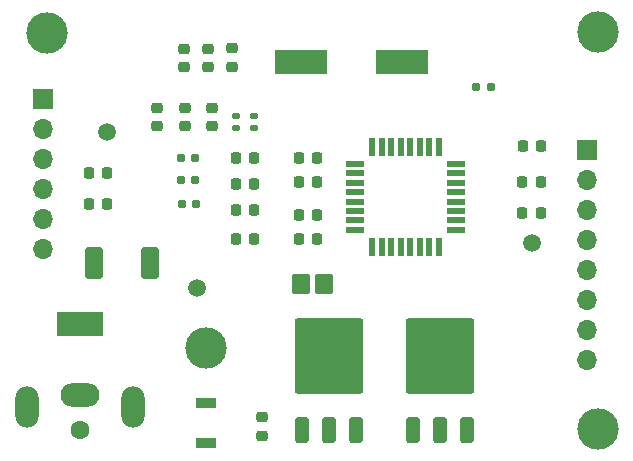
<source format=gbr>
%TF.GenerationSoftware,KiCad,Pcbnew,7.0.11-7.0.11~ubuntu22.04.1*%
%TF.CreationDate,2025-04-19T23:19:54+01:00*%
%TF.ProjectId,Mixed_Signal_Design,4d697865-645f-4536-9967-6e616c5f4465,rev?*%
%TF.SameCoordinates,Original*%
%TF.FileFunction,Soldermask,Top*%
%TF.FilePolarity,Negative*%
%FSLAX46Y46*%
G04 Gerber Fmt 4.6, Leading zero omitted, Abs format (unit mm)*
G04 Created by KiCad (PCBNEW 7.0.11-7.0.11~ubuntu22.04.1) date 2025-04-19 23:19:54*
%MOMM*%
%LPD*%
G01*
G04 APERTURE LIST*
G04 Aperture macros list*
%AMRoundRect*
0 Rectangle with rounded corners*
0 $1 Rounding radius*
0 $2 $3 $4 $5 $6 $7 $8 $9 X,Y pos of 4 corners*
0 Add a 4 corners polygon primitive as box body*
4,1,4,$2,$3,$4,$5,$6,$7,$8,$9,$2,$3,0*
0 Add four circle primitives for the rounded corners*
1,1,$1+$1,$2,$3*
1,1,$1+$1,$4,$5*
1,1,$1+$1,$6,$7*
1,1,$1+$1,$8,$9*
0 Add four rect primitives between the rounded corners*
20,1,$1+$1,$2,$3,$4,$5,0*
20,1,$1+$1,$4,$5,$6,$7,0*
20,1,$1+$1,$6,$7,$8,$9,0*
20,1,$1+$1,$8,$9,$2,$3,0*%
G04 Aperture macros list end*
%ADD10C,1.500000*%
%ADD11RoundRect,0.225000X0.225000X0.250000X-0.225000X0.250000X-0.225000X-0.250000X0.225000X-0.250000X0*%
%ADD12RoundRect,0.225000X-0.250000X0.225000X-0.250000X-0.225000X0.250000X-0.225000X0.250000X0.225000X0*%
%ADD13RoundRect,0.218750X-0.218750X-0.256250X0.218750X-0.256250X0.218750X0.256250X-0.218750X0.256250X0*%
%ADD14RoundRect,0.140000X-0.170000X0.140000X-0.170000X-0.140000X0.170000X-0.140000X0.170000X0.140000X0*%
%ADD15RoundRect,0.160000X0.197500X0.160000X-0.197500X0.160000X-0.197500X-0.160000X0.197500X-0.160000X0*%
%ADD16R,1.700000X1.700000*%
%ADD17O,1.700000X1.700000*%
%ADD18C,3.500000*%
%ADD19RoundRect,0.225000X0.250000X-0.225000X0.250000X0.225000X-0.250000X0.225000X-0.250000X-0.225000X0*%
%ADD20R,4.500000X2.000000*%
%ADD21R,1.700000X0.900000*%
%ADD22RoundRect,0.102000X-0.642500X-0.735000X0.642500X-0.735000X0.642500X0.735000X-0.642500X0.735000X0*%
%ADD23R,1.600000X0.550000*%
%ADD24R,0.550000X1.600000*%
%ADD25RoundRect,0.250000X0.350000X-0.850000X0.350000X0.850000X-0.350000X0.850000X-0.350000X-0.850000X0*%
%ADD26RoundRect,0.249997X2.650003X-2.950003X2.650003X2.950003X-2.650003X2.950003X-2.650003X-2.950003X0*%
%ADD27RoundRect,0.225000X-0.225000X-0.250000X0.225000X-0.250000X0.225000X0.250000X-0.225000X0.250000X0*%
%ADD28C,1.600000*%
%ADD29R,4.000000X2.000000*%
%ADD30O,3.300000X2.000000*%
%ADD31O,2.000000X3.500000*%
%ADD32RoundRect,0.160000X-0.197500X-0.160000X0.197500X-0.160000X0.197500X0.160000X-0.197500X0.160000X0*%
%ADD33RoundRect,0.140000X0.170000X-0.140000X0.170000X0.140000X-0.170000X0.140000X-0.170000X-0.140000X0*%
%ADD34RoundRect,0.250000X0.500000X1.100000X-0.500000X1.100000X-0.500000X-1.100000X0.500000X-1.100000X0*%
G04 APERTURE END LIST*
D10*
%TO.C,FID1*%
X124206000Y-98171000D03*
%TD*%
D11*
%TO.C,C5*%
X136678000Y-107188000D03*
X135128000Y-107188000D03*
%TD*%
D12*
%TO.C,C16*%
X134747000Y-91046000D03*
X134747000Y-92596000D03*
%TD*%
D13*
%TO.C,D3*%
X122656500Y-101600000D03*
X124231500Y-101600000D03*
%TD*%
D14*
%TO.C,C14*%
X135128000Y-96802000D03*
X135128000Y-97762000D03*
%TD*%
D15*
%TO.C,R2*%
X131661500Y-102235000D03*
X130466500Y-102235000D03*
%TD*%
D16*
%TO.C,J4*%
X164846000Y-99695000D03*
D17*
X164846000Y-102235000D03*
X164846000Y-104775000D03*
X164846000Y-107315000D03*
X164846000Y-109855000D03*
X164846000Y-112395000D03*
X164846000Y-114935000D03*
X164846000Y-117475000D03*
%TD*%
D12*
%TO.C,C18*%
X130683000Y-91072000D03*
X130683000Y-92622000D03*
%TD*%
D11*
%TO.C,C8*%
X141999000Y-100330000D03*
X140449000Y-100330000D03*
%TD*%
D18*
%TO.C,H1*%
X165735000Y-123317000D03*
%TD*%
D19*
%TO.C,C12*%
X130810000Y-97663000D03*
X130810000Y-96113000D03*
%TD*%
D20*
%TO.C,Y1*%
X140657000Y-92202000D03*
X149157000Y-92202000D03*
%TD*%
D11*
%TO.C,C7*%
X141999000Y-102362000D03*
X140449000Y-102362000D03*
%TD*%
D21*
%TO.C,SW1*%
X132588000Y-124460000D03*
X132588000Y-121060000D03*
%TD*%
D22*
%TO.C,FB1*%
X140632000Y-110998000D03*
X142578000Y-110998000D03*
%TD*%
D16*
%TO.C,J2*%
X118745000Y-95377000D03*
D17*
X118745000Y-97917000D03*
X118745000Y-100457000D03*
X118745000Y-102997000D03*
X118745000Y-105537000D03*
X118745000Y-108077000D03*
%TD*%
D18*
%TO.C,H3*%
X119126000Y-89789000D03*
%TD*%
D23*
%TO.C,U4*%
X153729000Y-106432000D03*
X153729000Y-105632000D03*
X153729000Y-104832000D03*
X153729000Y-104032000D03*
X153729000Y-103232000D03*
X153729000Y-102432000D03*
X153729000Y-101632000D03*
X153729000Y-100832000D03*
D24*
X152279000Y-99382000D03*
X151479000Y-99382000D03*
X150679000Y-99382000D03*
X149879000Y-99382000D03*
X149079000Y-99382000D03*
X148279000Y-99382000D03*
X147479000Y-99382000D03*
X146679000Y-99382000D03*
D23*
X145229000Y-100832000D03*
X145229000Y-101632000D03*
X145229000Y-102432000D03*
X145229000Y-103232000D03*
X145229000Y-104032000D03*
X145229000Y-104832000D03*
X145229000Y-105632000D03*
X145229000Y-106432000D03*
D24*
X146679000Y-107882000D03*
X147479000Y-107882000D03*
X148279000Y-107882000D03*
X149079000Y-107882000D03*
X149879000Y-107882000D03*
X150679000Y-107882000D03*
X151479000Y-107882000D03*
X152279000Y-107882000D03*
%TD*%
D10*
%TO.C,FID3*%
X131826000Y-111379000D03*
%TD*%
D11*
%TO.C,C6*%
X136678000Y-104775000D03*
X135128000Y-104775000D03*
%TD*%
D25*
%TO.C,U1*%
X140721000Y-123370000D03*
X143001000Y-123370000D03*
D26*
X143001000Y-117070000D03*
D25*
X145281000Y-123370000D03*
%TD*%
D27*
%TO.C,C9*%
X159385000Y-99314000D03*
X160935000Y-99314000D03*
%TD*%
D15*
%TO.C,R3*%
X131661500Y-100330000D03*
X130466500Y-100330000D03*
%TD*%
%TO.C,R1*%
X131713500Y-104267000D03*
X130518500Y-104267000D03*
%TD*%
D12*
%TO.C,C20*%
X137287000Y-122301000D03*
X137287000Y-123851000D03*
%TD*%
D19*
%TO.C,C11*%
X128427000Y-97663000D03*
X128427000Y-96113000D03*
%TD*%
D27*
%TO.C,C10*%
X159359000Y-102362000D03*
X160909000Y-102362000D03*
%TD*%
D28*
%TO.C,J1*%
X121920000Y-123412000D03*
D29*
X121920000Y-114412000D03*
D30*
X121920000Y-120412000D03*
D31*
X117420000Y-121412000D03*
X126420000Y-121412000D03*
%TD*%
D32*
%TO.C,R4*%
X155485500Y-94361000D03*
X156680500Y-94361000D03*
%TD*%
D18*
%TO.C,H4*%
X132588000Y-116459000D03*
%TD*%
D12*
%TO.C,C17*%
X132715000Y-91072000D03*
X132715000Y-92622000D03*
%TD*%
D11*
%TO.C,C2*%
X141999000Y-105156000D03*
X140449000Y-105156000D03*
%TD*%
D25*
%TO.C,U2*%
X150132500Y-123394000D03*
X152412500Y-123394000D03*
D26*
X152412500Y-117094000D03*
D25*
X154692500Y-123394000D03*
%TD*%
D10*
%TO.C,FID2*%
X160147000Y-107569000D03*
%TD*%
D13*
%TO.C,D1*%
X122656500Y-104267000D03*
X124231500Y-104267000D03*
%TD*%
D18*
%TO.C,H2*%
X165735000Y-89662000D03*
%TD*%
D11*
%TO.C,C4*%
X136665000Y-100330000D03*
X135115000Y-100330000D03*
%TD*%
%TO.C,C19*%
X160922000Y-105029000D03*
X159372000Y-105029000D03*
%TD*%
D33*
%TO.C,C15*%
X136652000Y-97762000D03*
X136652000Y-96802000D03*
%TD*%
D19*
%TO.C,C13*%
X133096000Y-97663000D03*
X133096000Y-96113000D03*
%TD*%
D11*
%TO.C,C3*%
X136678000Y-102549000D03*
X135128000Y-102549000D03*
%TD*%
D34*
%TO.C,D2*%
X127876000Y-109220000D03*
X123076000Y-109220000D03*
%TD*%
D11*
%TO.C,C1*%
X141999000Y-107188000D03*
X140449000Y-107188000D03*
%TD*%
M02*

</source>
